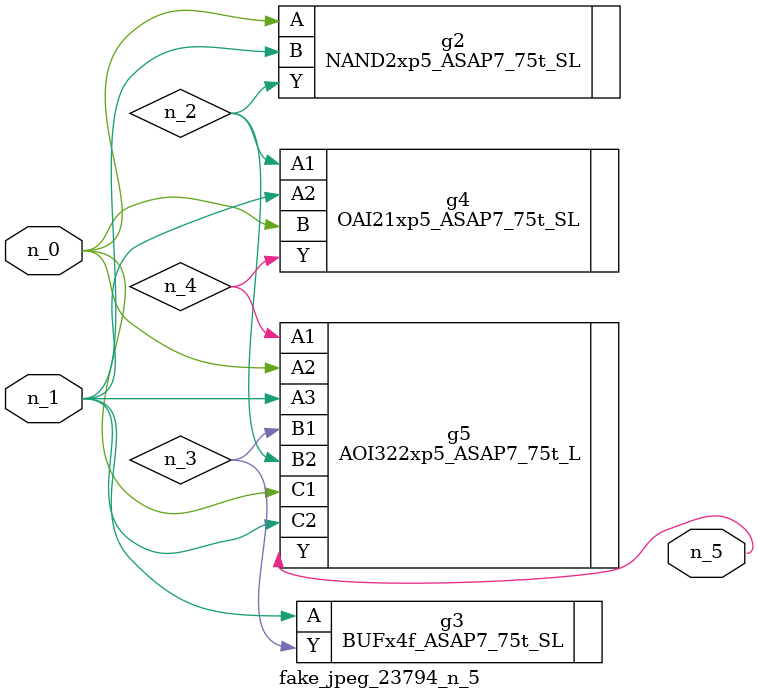
<source format=v>
module fake_jpeg_23794_n_5 (n_0, n_1, n_5);

input n_0;
input n_1;

output n_5;

wire n_3;
wire n_2;
wire n_4;

NAND2xp5_ASAP7_75t_SL g2 ( 
.A(n_0),
.B(n_1),
.Y(n_2)
);

BUFx4f_ASAP7_75t_SL g3 ( 
.A(n_1),
.Y(n_3)
);

OAI21xp5_ASAP7_75t_SL g4 ( 
.A1(n_2),
.A2(n_1),
.B(n_0),
.Y(n_4)
);

AOI322xp5_ASAP7_75t_L g5 ( 
.A1(n_4),
.A2(n_0),
.A3(n_1),
.B1(n_3),
.B2(n_2),
.C1(n_0),
.C2(n_1),
.Y(n_5)
);


endmodule
</source>
